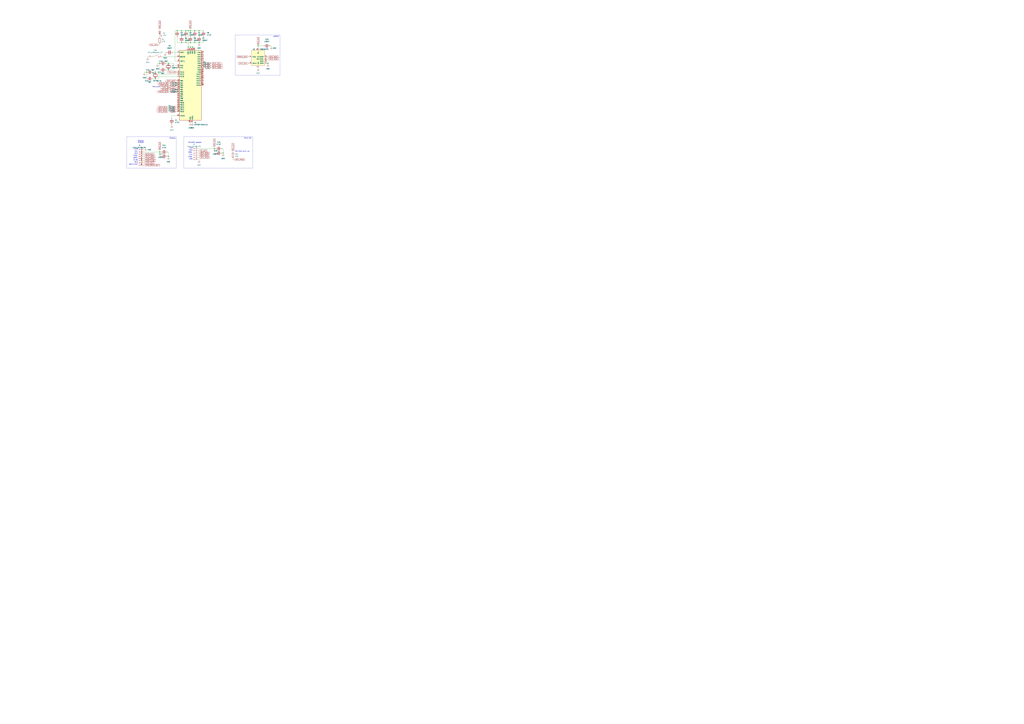
<source format=kicad_sch>
(kicad_sch (version 20231120) (generator "eeschema") (generator_version "8.0")
  (paper "A0")
  (title_block (title "FerFox Prototype") (rev "1") (comment 1 "By Aravita Cor") (comment 2 "AGPLv3+"))
  (lib_symbols
    (symbol "Connector:Conn_01x06_Pin" (pin_names (offset 1.016) hide)
      (property "Reference" "J" (at 0 7.62 0))
      (property "Value" "Conn_01x06_Pin" (at 0 -10.16 0))
      (symbol "Conn_01x06_Pin_1_1"
        (polyline (pts (xy 1.27 -7.62) (xy 0.8636 -7.62)) (stroke (width 0.1524)))
        (polyline (pts (xy 1.27 -5.08) (xy 0.8636 -5.08)) (stroke (width 0.1524)))
        (polyline (pts (xy 1.27 -2.54) (xy 0.8636 -2.54)) (stroke (width 0.1524)))
        (polyline (pts (xy 1.27 0) (xy 0.8636 0)) (stroke (width 0.1524)))
        (polyline (pts (xy 1.27 2.54) (xy 0.8636 2.54)) (stroke (width 0.1524)))
        (polyline (pts (xy 1.27 5.08) (xy 0.8636 5.08)) (stroke (width 0.1524)))
        (rectangle (start 0.8636 -7.493) (end 0 -7.747) (stroke (width 0.1524)) (fill (type outline)))
        (rectangle (start 0.8636 -4.953) (end 0 -5.207) (stroke (width 0.1524)) (fill (type outline)))
        (rectangle (start 0.8636 -2.413) (end 0 -2.667) (stroke (width 0.1524)) (fill (type outline)))
        (rectangle (start 0.8636 0.127) (end 0 -0.127) (stroke (width 0.1524)) (fill (type outline)))
        (rectangle (start 0.8636 2.667) (end 0 2.413) (stroke (width 0.1524)) (fill (type outline)))
        (rectangle (start 0.8636 5.207) (end 0 4.953) (stroke (width 0.1524)) (fill (type outline)))
        (pin passive line (at 5.08 5.08 180) (length 3.81) (name "Pin_1") (number "1"))
        (pin passive line (at 5.08 2.54 180) (length 3.81) (name "Pin_2") (number "2"))
        (pin passive line (at 5.08 0 180) (length 3.81) (name "Pin_3") (number "3"))
        (pin passive line (at 5.08 -2.54 180) (length 3.81) (name "Pin_4") (number "4"))
        (pin passive line (at 5.08 -5.08 180) (length 3.81) (name "Pin_5") (number "5"))
        (pin passive line (at 5.08 -7.62 180) (length 3.81) (name "Pin_6") (number "6"))
      )
    )
    (symbol "Connector:Conn_01x08_Pin" (pin_names (offset 1.016) hide)
      (property "Reference" "J" (at 0 10.16 0))
      (property "Value" "Conn_01x08_Pin" (at 0 -12.7 0))
      (symbol "Conn_01x08_Pin_1_1"
        (polyline (pts (xy 1.27 -10.16) (xy 0.8636 -10.16)) (stroke (width 0.1524)))
        (polyline (pts (xy 1.27 -7.62) (xy 0.8636 -7.62)) (stroke (width 0.1524)))
        (polyline (pts (xy 1.27 -5.08) (xy 0.8636 -5.08)) (stroke (width 0.1524)))
        (polyline (pts (xy 1.27 -2.54) (xy 0.8636 -2.54)) (stroke (width 0.1524)))
        (polyline (pts (xy 1.27 0) (xy 0.8636 0)) (stroke (width 0.1524)))
        (polyline (pts (xy 1.27 2.54) (xy 0.8636 2.54)) (stroke (width 0.1524)))
        (polyline (pts (xy 1.27 5.08) (xy 0.8636 5.08)) (stroke (width 0.1524)))
        (polyline (pts (xy 1.27 7.62) (xy 0.8636 7.62)) (stroke (width 0.1524)))
        (rectangle (start 0.8636 -10.033) (end 0 -10.287) (stroke (width 0.1524)) (fill (type outline)))
        (rectangle (start 0.8636 -7.493) (end 0 -7.747) (stroke (width 0.1524)) (fill (type outline)))
        (rectangle (start 0.8636 -4.953) (end 0 -5.207) (stroke (width 0.1524)) (fill (type outline)))
        (rectangle (start 0.8636 -2.413) (end 0 -2.667) (stroke (width 0.1524)) (fill (type outline)))
        (rectangle (start 0.8636 0.127) (end 0 -0.127) (stroke (width 0.1524)) (fill (type outline)))
        (rectangle (start 0.8636 2.667) (end 0 2.413) (stroke (width 0.1524)) (fill (type outline)))
        (rectangle (start 0.8636 5.207) (end 0 4.953) (stroke (width 0.1524)) (fill (type outline)))
        (rectangle (start 0.8636 7.747) (end 0 7.493) (stroke (width 0.1524)) (fill (type outline)))
        (pin passive line (at 5.08 7.62 180) (length 3.81) (name "Pin_1") (number "1"))
        (pin passive line (at 5.08 5.08 180) (length 3.81) (name "Pin_2") (number "2"))
        (pin passive line (at 5.08 2.54 180) (length 3.81) (name "Pin_3") (number "3"))
        (pin passive line (at 5.08 0 180) (length 3.81) (name "Pin_4") (number "4"))
        (pin passive line (at 5.08 -2.54 180) (length 3.81) (name "Pin_5") (number "5"))
        (pin passive line (at 5.08 -5.08 180) (length 3.81) (name "Pin_6") (number "6"))
        (pin passive line (at 5.08 -7.62 180) (length 3.81) (name "Pin_7") (number "7"))
        (pin passive line (at 5.08 -10.16 180) (length 3.81) (name "Pin_8") (number "8"))
      )
    )
    (symbol "Device:C" (pin_numbers hide) (pin_names (offset 0.254))
      (property "Reference" "C" (at 0.635 2.54 0))
      (property "Value" "C" (at 0.635 -2.54 0))
      (symbol "C_0_1"
        (polyline (pts (xy -2.032 -0.762) (xy 2.032 -0.762)) (stroke (width 0.508)))
        (polyline (pts (xy -2.032 0.762) (xy 2.032 0.762)) (stroke (width 0.508)))
      )
      (symbol "C_1_1"
        (pin passive line (at 0 3.81 270) (length 2.794) (name "~") (number "1"))
        (pin passive line (at 0 -3.81 90) (length 2.794) (name "~") (number "2"))
      )
    )
    (symbol "Device:CircuitBreaker_1P"
      (property "Reference" "CB" (at 1.905 0 0))
      (property "Value" "CircuitBreaker_1P" (at 1.905 1.905 0))
      (symbol "CircuitBreaker_1P_0_1"
        (polyline (pts (xy 0 -5.08) (xy 0 -3.81)))
        (polyline (pts (xy 0 -3.81) (xy -2.54 3.81)))
      )
      (symbol "CircuitBreaker_1P_1_1"
        (polyline (pts (xy -0.635 4.445) (xy 0.635 3.175)))
        (polyline (pts (xy 0 5.08) (xy 0 3.81)))
        (polyline (pts (xy 0.635 4.445) (xy -0.635 3.175)))
        (pin passive line (at 0 7.62 270) (length 2.54) (name "~") (number "1"))
        (pin passive line (at 0 -7.62 90) (length 2.54) (name "~") (number "2"))
      )
    )
    (symbol "Device:Crystal" (pin_numbers hide) (pin_names (offset 1.016) hide)
      (property "Reference" "Y" (at 0 3.81 0))
      (property "Value" "Crystal" (at 0 -3.81 0))
      (symbol "Crystal_0_1"
        (rectangle (start -1.143 2.54) (end 1.143 -2.54) (stroke (width 0.3048)))
        (polyline (pts (xy -2.54 0) (xy -1.905 0)))
        (polyline (pts (xy -1.905 -1.27) (xy -1.905 1.27)) (stroke (width 0.508)))
        (polyline (pts (xy 1.905 -1.27) (xy 1.905 1.27)) (stroke (width 0.508)))
        (polyline (pts (xy 2.54 0) (xy 1.905 0)))
      )
      (symbol "Crystal_1_1"
        (pin passive line (at -3.81 0 0) (length 1.27) (name "1") (number "1"))
        (pin passive line (at 3.81 0 180) (length 1.27) (name "2") (number "2"))
      )
    )
    (symbol "Device:LED" (pin_numbers hide) (pin_names (offset 1.016) hide)
      (property "Reference" "D" (at 0 2.54 0))
      (property "Value" "LED" (at 0 -2.54 0))
      (symbol "LED_0_1"
        (polyline (pts (xy -1.27 -1.27) (xy -1.27 1.27)) (stroke (width 0.254)))
        (polyline (pts (xy -1.27 0) (xy 1.27 0)))
        (polyline (pts (xy 1.27 -1.27) (xy 1.27 1.27) (xy -1.27 0) (xy 1.27 -1.27)) (stroke (width 0.254)))
        (polyline (pts (xy -3.048 -0.762) (xy -4.572 -2.286) (xy -3.81 -2.286) (xy -4.572 -2.286) (xy -4.572 -1.524)))
        (polyline (pts (xy -1.778 -0.762) (xy -3.302 -2.286) (xy -2.54 -2.286) (xy -3.302 -2.286) (xy -3.302 -1.524)))
      )
      (symbol "LED_1_1"
        (pin passive line (at -3.81 0 0) (length 2.54) (name "K") (number "1"))
        (pin passive line (at 3.81 0 180) (length 2.54) (name "A") (number "2"))
      )
    )
    (symbol "Device:R" (pin_numbers hide) (pin_names (offset 0))
      (property "Reference" "R" (at 2.032 0 90))
      (property "Value" "R" (at 0 0 90))
      (symbol "R_0_1"
        (rectangle (start -1.016 -2.54) (end 1.016 2.54) (stroke (width 0.254)))
      )
      (symbol "R_1_1"
        (pin passive line (at 0 3.81 270) (length 1.27) (name "~") (number "1"))
        (pin passive line (at 0 -3.81 90) (length 1.27) (name "~") (number "2"))
      )
    )
    (symbol "MCU_ST_STM32F4:STM32F401CCUx"
      (property "Reference" "U" (at -12.7 41.91 0))
      (property "Value" "STM32F401CCUx" (at 7.62 41.91 0))
      (symbol "STM32F401CCUx_0_1"
        (rectangle (start -12.7 -40.64) (end 12.7 40.64) (stroke (width 0.254)) (fill (type background)))
      )
      (symbol "STM32F401CCUx_1_1"
        (pin power_in line (at -2.54 43.18 270) (length 2.54) (name "VBAT") (number "1"))
        (pin bidirectional line (at 15.24 38.1 180) (length 2.54) (name "PA0") (number "10"))
        (pin bidirectional line (at 15.24 35.56 180) (length 2.54) (name "PA1") (number "11"))
        (pin bidirectional line (at 15.24 33.02 180) (length 2.54) (name "PA2") (number "12"))
        (pin bidirectional line (at 15.24 30.48 180) (length 2.54) (name "PA3") (number "13"))
        (pin bidirectional line (at 15.24 27.94 180) (length 2.54) (name "PA4") (number "14"))
        (pin bidirectional line (at 15.24 25.4 180) (length 2.54) (name "PA5") (number "15"))
        (pin bidirectional line (at 15.24 22.86 180) (length 2.54) (name "PA6") (number "16"))
        (pin bidirectional line (at 15.24 20.32 180) (length 2.54) (name "PA7") (number "17"))
        (pin bidirectional line (at -15.24 5.08 0) (length 2.54) (name "PB0") (number "18"))
        (pin bidirectional line (at -15.24 2.54 0) (length 2.54) (name "PB1") (number "19"))
        (pin bidirectional line (at -15.24 15.24 0) (length 2.54) (name "PC13") (number "2"))
        (pin bidirectional line (at -15.24 0 0) (length 2.54) (name "PB2") (number "20"))
        (pin bidirectional line (at -15.24 -20.32 0) (length 2.54) (name "PB10") (number "21"))
        (pin power_out line (at -15.24 -35.56 0) (length 2.54) (name "VCAP1") (number "22"))
        (pin power_in line (at 0 -43.18 90) (length 2.54) (name "VSS") (number "23"))
        (pin power_in line (at 0 43.18 270) (length 2.54) (name "VDD") (number "24"))
        (pin bidirectional line (at -15.24 -22.86 0) (length 2.54) (name "PB12") (number "25"))
        (pin bidirectional line (at -15.24 -25.4 0) (length 2.54) (name "PB13") (number "26"))
        (pin bidirectional line (at -15.24 -27.94 0) (length 2.54) (name "PB14") (number "27"))
        (pin bidirectional line (at -15.24 -30.48 0) (length 2.54) (name "PB15") (number "28"))
        (pin bidirectional line (at 15.24 17.78 180) (length 2.54) (name "PA8") (number "29"))
        (pin bidirectional line (at -15.24 12.7 0) (length 2.54) (name "PC14") (number "3"))
        (pin bidirectional line (at 15.24 15.24 180) (length 2.54) (name "PA9") (number "30"))
        (pin bidirectional line (at 15.24 12.7 180) (length 2.54) (name "PA10") (number "31"))
        (pin bidirectional line (at 15.24 10.16 180) (length 2.54) (name "PA11") (number "32"))
        (pin bidirectional line (at 15.24 7.62 180) (length 2.54) (name "PA12") (number "33"))
        (pin bidirectional line (at 15.24 5.08 180) (length 2.54) (name "PA13") (number "34"))
        (pin passive line (at 0 -43.18 90) (length 2.54) hide (name "VSS") (number "35"))
        (pin power_in line (at 2.54 43.18 270) (length 2.54) (name "VDD") (number "36"))
        (pin bidirectional line (at 15.24 2.54 180) (length 2.54) (name "PA14") (number "37"))
        (pin bidirectional line (at 15.24 0 180) (length 2.54) (name "PA15") (number "38"))
        (pin bidirectional line (at -15.24 -2.54 0) (length 2.54) (name "PB3") (number "39"))
        (pin bidirectional line (at -15.24 10.16 0) (length 2.54) (name "PC15") (number "4"))
        (pin bidirectional line (at -15.24 -5.08 0) (length 2.54) (name "PB4") (number "40"))
        (pin bidirectional line (at -15.24 -7.62 0) (length 2.54) (name "PB5") (number "41"))
        (pin bidirectional line (at -15.24 -10.16 0) (length 2.54) (name "PB6") (number "42"))
        (pin bidirectional line (at -15.24 -12.7 0) (length 2.54) (name "PB7") (number "43"))
        (pin input line (at -15.24 33.02 0) (length 2.54) (name "BOOT0") (number "44"))
        (pin bidirectional line (at -15.24 -15.24 0) (length 2.54) (name "PB8") (number "45"))
        (pin bidirectional line (at -15.24 -17.78 0) (length 2.54) (name "PB9") (number "46"))
        (pin passive line (at 0 -43.18 90) (length 2.54) hide (name "VSS") (number "47"))
        (pin power_in line (at 5.08 43.18 270) (length 2.54) (name "VDD") (number "48"))
        (pin passive line (at 0 -43.18 90) (length 2.54) hide (name "VSS") (number "49"))
        (pin bidirectional line (at -15.24 22.86 0) (length 2.54) (name "PH0") (number "5"))
        (pin bidirectional line (at -15.24 20.32 0) (length 2.54) (name "PH1") (number "6"))
        (pin input line (at -15.24 38.1 0) (length 2.54) (name "NRST") (number "7"))
        (pin power_in line (at 2.54 -43.18 90) (length 2.54) (name "VSSA") (number "8"))
        (pin input line (at -15.24 27.94 0) (length 2.54) (name "VREF+") (number "9"))
      )
    )
    (symbol "aravita library:LY68L6400" (pin_names (offset 1.016))
      (property "Reference" "U" (at 1.27 -3.81 0))
      (property "Value" "LY68L6400" (at 0 -10.16 0))
      (symbol "LY68L6400_0_1"
        (rectangle (start -7.62 -5.08) (end 7.62 -22.86) (fill (type background)))
      )
      (symbol "LY68L6400_1_1"
        (pin input line (at -10.16 -12.7 0) (length 2.54) (name "CE#") (number "1"))
        (pin bidirectional line (at 10.16 -15.24 180) (length 2.54) (name "SO/SIO1") (number "2"))
        (pin bidirectional line (at 10.16 -17.78 180) (length 2.54) (name "SIO2") (number "3"))
        (pin power_in line (at 0 -25.4 90) (length 2.54) (name "Vss") (number "4"))
        (pin bidirectional line (at 10.16 -12.7 180) (length 2.54) (name "SI/SIO0") (number "5"))
        (pin input line (at -10.16 -20.32 0) (length 2.54) (name "SCLK") (number "6"))
        (pin bidirectional line (at 10.16 -20.32 180) (length 2.54) (name "SIO3") (number "7"))
        (pin power_in line (at 0 -2.54 270) (length 2.54) (name "Vcc") (number "8"))
      )
    )
    (symbol "power:GND" (power) (pin_names (offset 0))
      (property "Value" "GND" (at 0 -3.81 0))
      (symbol "GND_0_1"
        (polyline (pts (xy 0 0) (xy 0 -1.27) (xy 1.27 -1.27) (xy 0 -2.54) (xy -1.27 -1.27) (xy 0 -1.27)))
      )
      (symbol "GND_1_1"
        (pin power_in line (at 0 0 270) (length 0) hide (name "GND") (number "1"))
      )
    )
  )
  (junction (at 223.52 54.61))
  (junction (at 220.98 49.53))
  (junction (at 180.34 91.44))
  (junction (at 226.06 49.53))
  (junction (at 231.14 49.53))
  (junction (at 299.72 53.34))
  (junction (at 195.58 73.66))
  (junction (at 215.9 49.53))
  (junction (at 170.18 83.82))
  (junction (at 226.06 35.56))
  (junction (at 185.42 73.66))
  (junction (at 311.15 73.66))
  (junction (at 195.58 181.61))
  (junction (at 220.98 35.56))
  (junction (at 195.58 81.28))
  (junction (at 185.42 176.53))
  (junction (at 218.44 35.56))
  (junction (at 259.08 177.8))
  (junction (at 180.34 83.82))
  (junction (at 231.14 35.56))
  (junction (at 220.98 54.61))
  (junction (at 215.9 35.56))
  (junction (at 210.82 35.56))
  (junction (at 248.92 172.72))
  (junction (at 218.44 54.61))
  (junction (at 205.74 35.56))
  (junction (at 210.82 49.53))
  (wire (pts (xy 177.8 91.44) (xy 180.34 91.44)))
  (wire (pts (xy 204.47 127) (xy 205.74 127)))
  (wire (pts (xy 229.87 172.72) (xy 248.92 172.72)))
  (wire (pts (xy 191.77 62.23) (xy 191.77 60.96)))
  (wire (pts (xy 231.14 35.56) (xy 231.14 41.91)))
  (wire (pts (xy 248.92 172.72) (xy 250.19 172.72)))
  (wire (pts (xy 177.8 83.82) (xy 180.34 83.82)))
  (wire (pts (xy 215.9 43.18) (xy 215.9 49.53)))
  (wire (pts (xy 314.96 53.34) (xy 313.69 53.34)))
  (wire (pts (xy 220.98 142.24) (xy 220.98 143.51)))
  (wire (pts (xy 203.2 35.56) (xy 203.2 71.12)))
  (wire (pts (xy 184.15 83.82) (xy 180.34 83.82)))
  (wire (pts (xy 229.87 180.34) (xy 231.14 180.34)))
  (wire (pts (xy 218.44 35.56) (xy 218.44 54.61)))
  (wire (pts (xy 184.15 52.07) (xy 185.42 52.07)))
  (wire (pts (xy 187.96 66.04) (xy 205.74 66.04)))
  (wire (pts (xy 199.39 144.78) (xy 199.39 146.05)))
  (wire (pts (xy 166.37 184.15) (xy 167.64 184.15)))
  (wire (pts (xy 185.42 41.91) (xy 185.42 43.18)))
  (wire (pts (xy 210.82 49.53) (xy 215.9 49.53)))
  (wire (pts (xy 195.58 176.53) (xy 195.58 181.61)))
  (wire (pts (xy 218.44 35.56) (xy 220.98 35.56)))
  (wire (pts (xy 195.58 106.68) (xy 196.85 106.68)))
  (wire (pts (xy 185.42 52.07) (xy 185.42 50.8)))
  (wire (pts (xy 167.64 83.82) (xy 170.18 83.82)))
  (wire (pts (xy 199.39 134.62) (xy 205.74 134.62)))
  (wire (pts (xy 195.58 181.61) (xy 194.31 181.61)))
  (wire (pts (xy 195.58 96.52) (xy 196.85 96.52)))
  (wire (pts (xy 311.15 74.93) (xy 311.15 73.66)))
  (wire (pts (xy 210.82 35.56) (xy 215.9 35.56)))
  (wire (pts (xy 205.74 35.56) (xy 210.82 35.56)))
  (wire (pts (xy 185.42 176.53) (xy 185.42 173.99)))
  (wire (pts (xy 288.29 73.66) (xy 289.56 73.66)))
  (wire (pts (xy 299.72 52.07) (xy 299.72 53.34)))
  (wire (pts (xy 205.74 76.2) (xy 201.93 76.2)))
  (wire (pts (xy 182.88 74.93) (xy 182.88 73.66)))
  (wire (pts (xy 220.98 49.53) (xy 226.06 49.53)))
  (wire (pts (xy 231.14 49.53) (xy 231.14 50.8)))
  (wire (pts (xy 205.74 71.12) (xy 203.2 71.12)))
  (wire (pts (xy 223.52 142.24) (xy 223.52 143.51)))
  (wire (pts (xy 259.08 172.72) (xy 257.81 172.72)))
  (wire (pts (xy 226.06 35.56) (xy 231.14 35.56)))
  (wire (pts (xy 205.74 86.36) (xy 184.15 86.36)))
  (wire (pts (xy 193.04 81.28) (xy 195.58 81.28)))
  (wire (pts (xy 171.45 67.31) (xy 171.45 66.04)))
  (wire (pts (xy 288.29 66.04) (xy 289.56 66.04)))
  (wire (pts (xy 229.87 182.88) (xy 231.14 182.88)))
  (wire (pts (xy 236.22 49.53) (xy 236.22 43.18)))
  (wire (pts (xy 311.15 73.66) (xy 309.88 73.66)))
  (wire (pts (xy 245.11 73.66) (xy 246.38 73.66)))
  (wire (pts (xy 204.47 96.52) (xy 205.74 96.52)))
  (wire (pts (xy 311.15 71.12) (xy 309.88 71.12)))
  (wire (pts (xy 220.98 35.56) (xy 220.98 41.91)))
  (wire (pts (xy 171.45 66.04) (xy 172.72 66.04)))
  (wire (pts (xy 170.18 83.82) (xy 170.18 91.44)))
  (wire (pts (xy 299.72 53.34) (xy 299.72 55.88)))
  (wire (pts (xy 195.58 181.61) (xy 195.58 182.88)))
  (wire (pts (xy 226.06 49.53) (xy 231.14 49.53)))
  (wire (pts (xy 166.37 181.61) (xy 167.64 181.61)))
  (wire (pts (xy 194.31 127) (xy 196.85 127)))
  (wire (pts (xy 204.47 83.82) (xy 205.74 83.82)))
  (wire (pts (xy 250.19 177.8) (xy 248.92 177.8)))
  (wire (pts (xy 215.9 49.53) (xy 220.98 49.53)))
  (wire (pts (xy 226.06 54.61) (xy 226.06 55.88)))
  (wire (pts (xy 259.08 177.8) (xy 259.08 172.72)))
  (wire (pts (xy 200.66 60.96) (xy 205.74 60.96)))
  (wire (pts (xy 229.87 175.26) (xy 231.14 175.26)))
  (wire (pts (xy 245.11 76.2) (xy 246.38 76.2)))
  (wire (pts (xy 185.42 33.02) (xy 185.42 34.29)))
  (wire (pts (xy 184.15 88.9) (xy 184.15 91.44)))
  (wire (pts (xy 259.08 179.07) (xy 259.08 177.8)))
  (wire (pts (xy 311.15 73.66) (xy 311.15 71.12)))
  (wire (pts (xy 220.98 35.56) (xy 226.06 35.56)))
  (wire (pts (xy 223.52 54.61) (xy 223.52 55.88)))
  (wire (pts (xy 236.22 76.2) (xy 237.49 76.2)))
  (wire (pts (xy 204.47 124.46) (xy 205.74 124.46)))
  (wire (pts (xy 205.74 88.9) (xy 184.15 88.9)))
  (wire (pts (xy 166.37 176.53) (xy 185.42 176.53)))
  (wire (pts (xy 309.88 68.58) (xy 311.15 68.58)))
  (wire (pts (xy 166.37 189.23) (xy 167.64 189.23)))
  (wire (pts (xy 299.72 78.74) (xy 299.72 80.01)))
  (wire (pts (xy 194.31 129.54) (xy 196.85 129.54)))
  (wire (pts (xy 220.98 33.02) (xy 220.98 35.56)))
  (wire (pts (xy 193.04 73.66) (xy 195.58 73.66)))
  (wire (pts (xy 231.14 35.56) (xy 236.22 35.56)))
  (wire (pts (xy 204.47 106.68) (xy 205.74 106.68)))
  (wire (pts (xy 245.11 78.74) (xy 246.38 78.74)))
  (wire (pts (xy 203.2 35.56) (xy 205.74 35.56)))
  (wire (pts (xy 218.44 54.61) (xy 218.44 55.88)))
  (wire (pts (xy 195.58 99.06) (xy 196.85 99.06)))
  (wire (pts (xy 201.93 73.66) (xy 195.58 73.66)))
  (wire (pts (xy 204.47 104.14) (xy 205.74 104.14)))
  (wire (pts (xy 218.44 54.61) (xy 220.98 54.61)))
  (wire (pts (xy 231.14 49.53) (xy 236.22 49.53)))
  (wire (pts (xy 257.81 177.8) (xy 259.08 177.8)))
  (wire (pts (xy 166.37 186.69) (xy 167.64 186.69)))
  (wire (pts (xy 205.74 49.53) (xy 210.82 49.53)))
  (wire (pts (xy 166.37 191.77) (xy 167.64 191.77)))
  (wire (pts (xy 205.74 43.18) (xy 205.74 49.53)))
  (wire (pts (xy 220.98 54.61) (xy 220.98 55.88)))
  (wire (pts (xy 204.47 93.98) (xy 205.74 93.98)))
  (wire (pts (xy 201.93 81.28) (xy 195.58 81.28)))
  (wire (pts (xy 167.64 85.09) (xy 167.64 83.82)))
  (wire (pts (xy 309.88 66.04) (xy 311.15 66.04)))
  (wire (pts (xy 270.51 185.42) (xy 271.78 185.42)))
  (wire (pts (xy 231.14 186.69) (xy 231.14 185.42)))
  (wire (pts (xy 201.93 78.74) (xy 201.93 81.28)))
  (wire (pts (xy 248.92 172.72) (xy 248.92 177.8)))
  (wire (pts (xy 184.15 91.44) (xy 180.34 91.44)))
  (wire (pts (xy 223.52 54.61) (xy 226.06 54.61)))
  (wire (pts (xy 185.42 176.53) (xy 185.42 181.61)))
  (wire (pts (xy 191.77 60.96) (xy 193.04 60.96)))
  (wire (pts (xy 166.37 179.07) (xy 167.64 179.07)))
  (wire (pts (xy 270.51 175.26) (xy 270.51 176.53)))
  (wire (pts (xy 236.22 78.74) (xy 237.49 78.74)))
  (wire (pts (xy 236.22 73.66) (xy 237.49 73.66)))
  (wire (pts (xy 195.58 104.14) (xy 196.85 104.14)))
  (wire (pts (xy 205.74 78.74) (xy 201.93 78.74)))
  (wire (pts (xy 199.39 137.16) (xy 199.39 134.62)))
  (wire (pts (xy 231.14 185.42) (xy 229.87 185.42)))
  (wire (pts (xy 201.93 76.2) (xy 201.93 73.66)))
  (wire (pts (xy 184.15 86.36) (xy 184.15 83.82)))
  (wire (pts (xy 182.88 73.66) (xy 185.42 73.66)))
  (wire (pts (xy 166.37 173.99) (xy 167.64 173.99)))
  (wire (pts (xy 314.96 54.61) (xy 314.96 53.34)))
  (wire (pts (xy 185.42 73.66) (xy 185.42 81.28)))
  (wire (pts (xy 299.72 53.34) (xy 306.07 53.34)))
  (wire (pts (xy 195.58 176.53) (xy 194.31 176.53)))
  (wire (pts (xy 215.9 35.56) (xy 218.44 35.56)))
  (wire (pts (xy 204.47 99.06) (xy 205.74 99.06)))
  (wire (pts (xy 210.82 35.56) (xy 210.82 41.91)))
  (wire (pts (xy 185.42 176.53) (xy 186.69 176.53)))
  (wire (pts (xy 204.47 101.6) (xy 205.74 101.6)))
  (wire (pts (xy 220.98 54.61) (xy 223.52 54.61)))
  (wire (pts (xy 248.92 172.72) (xy 248.92 170.18)))
  (wire (pts (xy 226.06 43.18) (xy 226.06 49.53)))
  (wire (pts (xy 229.87 177.8) (xy 231.14 177.8)))
  (wire (pts (xy 204.47 129.54) (xy 205.74 129.54)))
  (wire (pts (xy 270.51 184.15) (xy 270.51 185.42)))
  (wire (pts (xy 194.31 124.46) (xy 196.85 124.46)))
  (wire (pts (xy 186.69 181.61) (xy 185.42 181.61)))
  (rectangle (start 273.05 40.64) (end 325.12 87.63) (stroke (width 0) (type dash)))
  (rectangle (start 147.32 158.75) (end 204.47 195.58) (stroke (width 0) (type dash)))
  (rectangle (start 213.36 158.75) (end 293.37 195.58) (stroke (width 0) (type dash)))
  (text "SCK" (at 156.21 179.07 0) (effects (font (size 1.27 1.27)) (justify left bottom)))
  (text "pSRAM" (at 317.5 43.18 0) (effects (font (size 1.27 1.27)) (justify left bottom)))
  (text "#CS" (at 156.21 189.23 0) (effects (font (size 1.27 1.27)) (justify left bottom)))
  (text "TIM2_CH2" (at 176.53 101.6 0) (effects (font (size 1.27 1.27)) (justify left bottom)))
  (text "#CS" (at 219.71 175.26 0) (effects (font (size 1.27 1.27)) (justify left bottom)))
  (text "CLK" (at 219.71 180.34 0) (effects (font (size 1.27 1.27)) (justify left bottom)))
  (text "Micro SD" (at 283.21 161.29 0) (effects (font (size 1.27 1.27)) (justify left bottom)))
  (text "3.3V" (at 219.71 172.72 0) (effects (font (size 1.27 1.27)) (justify left bottom)))
  (text "MOSI" (at 218.44 177.8 0) (effects (font (size 1.27 1.27)) (justify left bottom)))
  (text "MicroSD Adapter" (at 218.44 166.37 0) (effects (font (size 1.27 1.27)) (justify left bottom)))
  (text "MISO" (at 218.44 182.88 0) (effects (font (size 1.27 1.27)) (justify left bottom)))
  (text "Display" (at 196.85 161.29 0) (effects (font (size 1.27 1.27)) (justify left bottom)))
  (text "BACKLIGHT" (at 149.86 191.77 0) (effects (font (size 1.27 1.27)) (justify left bottom)))
  (text "GND" (at 156.21 173.99 0) (effects (font (size 1.27 1.27)) (justify left bottom)))
  (text "Display\nGC9A01" (at 160.02 166.37 0) (effects (font (size 1.27 1.27)) (justify left bottom)))
  (text "D/#C" (at 154.94 186.69 0) (effects (font (size 1.27 1.27)) (justify left bottom)))
  (text "VCC" (at 156.21 176.53 0) (effects (font (size 1.27 1.27)) (justify left bottom)))
  (text "SD Card pull-up" (at 273.05 176.53 0) (effects (font (size 1.27 1.27)) (justify left bottom)))
  (text "#RST" (at 154.94 184.15 0) (effects (font (size 1.27 1.27)) (justify left bottom)))
  (text "GND" (at 219.71 185.42 0) (effects (font (size 1.27 1.27)) (justify left bottom)))
  (text "MOSI" (at 154.94 181.61 0) (effects (font (size 1.27 1.27)) (justify left bottom)))
  (global_label "FAIL_LED" (shape output) (at 204.47 83.82 180) (property "Intersheetrefs" "${INTERSHEET_REFS}" (effects (hide yes))))
  (global_label "DISP_#CS" (shape output) (at 195.58 99.06 180) (property "Intersheetrefs" "${INTERSHEET_REFS}" (effects (hide yes))))
  (global_label "REG_3.3" (shape passive) (at 185.42 33.02 90) (property "Intersheetrefs" "${INTERSHEET_REFS}" (effects (hide yes))))
  (global_label "SPI2_MOSI" (shape input) (at 167.64 181.61 0) (property "Intersheetrefs" "${INTERSHEET_REFS}" (effects (hide yes))))
  (global_label "SPI1_MISO" (shape input) (at 231.14 182.88 0) (property "Intersheetrefs" "${INTERSHEET_REFS}" (effects (hide yes))))
  (global_label "DISP_D{slash}#C" (shape input) (at 167.64 186.69 0) (property "Intersheetrefs" "${INTERSHEET_REFS}" (effects (hide yes))))
  (global_label "REG_3.3" (shape passive) (at 248.92 170.18 90) (property "Intersheetrefs" "${INTERSHEET_REFS}" (effects (hide yes))))
  (global_label "DISP_BACKLIGHT" (shape input) (at 167.64 191.77 0) (property "Intersheetrefs" "${INTERSHEET_REFS}" (effects (hide yes))))
  (global_label "SPI1_SCK" (shape input) (at 231.14 180.34 0) (property "Intersheetrefs" "${INTERSHEET_REFS}" (effects (hide yes))))
  (global_label "SPI2_MISO" (shape output) (at 194.31 127 180) (property "Intersheetrefs" "${INTERSHEET_REFS}" (effects (hide yes))))
  (global_label "REG_3.3" (shape passive) (at 299.72 52.07 90) (property "Intersheetrefs" "${INTERSHEET_REFS}" (effects (hide yes))))
  (global_label "SPI2_MOSI" (shape input) (at 311.15 66.04 0) (property "Intersheetrefs" "${INTERSHEET_REFS}" (effects (hide yes))))
  (global_label "SPI2_MOSI" (shape output) (at 194.31 129.54 180) (property "Intersheetrefs" "${INTERSHEET_REFS}" (effects (hide yes))))
  (global_label "REG_3.3" (shape passive) (at 185.42 173.99 90) (property "Intersheetrefs" "${INTERSHEET_REFS}" (effects (hide yes))))
  (global_label "SD_#CS" (shape output) (at 195.58 104.14 180) (property "Intersheetrefs" "${INTERSHEET_REFS}" (effects (hide yes))))
  (global_label "REG_3.3" (shape passive) (at 270.51 175.26 90) (property "Intersheetrefs" "${INTERSHEET_REFS}" (effects (hide yes))))
  (global_label "SPI2_MISO" (shape input) (at 311.15 68.58 0) (property "Intersheetrefs" "${INTERSHEET_REFS}" (effects (hide yes))))
  (global_label "FAIL_LED" (shape input) (at 184.15 52.07 180) (property "Intersheetrefs" "${INTERSHEET_REFS}" (effects (hide yes))))
  (global_label "SD_#CS" (shape input) (at 231.14 175.26 0) (property "Intersheetrefs" "${INTERSHEET_REFS}" (effects (hide yes))))
  (global_label "DISP_#RST" (shape input) (at 167.64 184.15 0) (property "Intersheetrefs" "${INTERSHEET_REFS}" (effects (hide yes))))
  (global_label "DISP_D{slash}#C" (shape output) (at 195.58 96.52 180) (property "Intersheetrefs" "${INTERSHEET_REFS}" (effects (hide yes))))
  (global_label "DISP_#CS" (shape input) (at 167.64 189.23 0) (property "Intersheetrefs" "${INTERSHEET_REFS}" (effects (hide yes))))
  (global_label "PSRAM_#CS" (shape input) (at 288.29 66.04 180) (property "Intersheetrefs" "${INTERSHEET_REFS}" (effects (hide yes))))
  (global_label "PSRAM_#CS" (shape output) (at 195.58 106.68 180) (property "Intersheetrefs" "${INTERSHEET_REFS}" (effects (hide yes))))
  (global_label "SPI2_SCK" (shape output) (at 194.31 124.46 180) (property "Intersheetrefs" "${INTERSHEET_REFS}" (effects (hide yes))))
  (global_label "SPI2_SCK" (shape input) (at 288.29 73.66 180) (property "Intersheetrefs" "${INTERSHEET_REFS}" (effects (hide yes))))
  (global_label "SPI1_MOSI" (shape input) (at 231.14 177.8 0) (property "Intersheetrefs" "${INTERSHEET_REFS}" (effects (hide yes))))
  (global_label "SPI2_SCK" (shape input) (at 167.64 179.07 0) (property "Intersheetrefs" "${INTERSHEET_REFS}" (effects (hide yes))))
  (global_label "DISP_#RST" (shape output) (at 204.47 93.98 180) (property "Intersheetrefs" "${INTERSHEET_REFS}" (effects (hide yes))))
  (global_label "DISP_BACKLIGHT" (shape output) (at 204.47 101.6 180) (property "Intersheetrefs" "${INTERSHEET_REFS}" (effects (hide yes))))
  (global_label "SPI1_MISO" (shape input) (at 271.78 185.42 0) (property "Intersheetrefs" "${INTERSHEET_REFS}" (effects (hide yes))))
  (global_label "REG_3.3" (shape passive) (at 220.98 33.02 90) (property "Intersheetrefs" "${INTERSHEET_REFS}" (effects (hide yes))))
  (global_label "SPI1_MISO" (shape output) (at 246.38 76.2 0) (property "Intersheetrefs" "${INTERSHEET_REFS}" (effects (hide yes))))
  (global_label "SPI1_MOSI" (shape output) (at 246.38 78.74 0) (property "Intersheetrefs" "${INTERSHEET_REFS}" (effects (hide yes))))
  (global_label "SPI1_SCK" (shape output) (at 246.38 73.66 0) (property "Intersheetrefs" "${INTERSHEET_REFS}" (effects (hide yes))))
  (symbol (lib_id "Device:R") (at 200.66 99.06 90) (unit 1)
    (property "Reference" "R9" (at 204.47 99.06 90))
    (property "Value" "10" (at 200.66 99.06 90))
  )
  (symbol (lib_id "Device:C") (at 220.98 45.72 0) (unit 1)
    (property "Reference" "C6" (at 224.79 44.45 0) (effects (justify left)))
    (property "Value" "100nF" (at 224.79 46.99 0) (effects (justify left)))
  )
  (symbol (lib_id "Device:CircuitBreaker_1P") (at 180.34 66.04 270) (unit 1)
    (property "Reference" "CB1" (at 180.34 58.42 90))
    (property "Value" "CircuitBreaker_1P" (at 180.34 60.96 90))
  )
  (symbol (lib_id "power:GND") (at 191.77 62.23 0) (unit 1)
    (property "Reference" "#PWR05" (effects (hide yes)))
    (property "Value" "GND" (at 191.77 67.31 0))
  )
  (symbol (lib_id "Device:C") (at 173.99 91.44 90) (unit 1)
    (property "Reference" "C13" (at 170.18 93.98 90))
    (property "Value" "8pF" (at 173.99 95.25 90))
  )
  (symbol (lib_id "power:GND") (at 259.08 179.07 0) (unit 1)
    (property "Reference" "#PWR012" (effects (hide yes)))
    (property "Value" "GND" (at 259.08 184.15 0))
  )
  (symbol (lib_id "Device:R") (at 185.42 46.99 180) (unit 1)
    (property "Reference" "R1" (at 187.96 45.72 0) (effects (justify right)))
    (property "Value" "270" (at 187.96 48.26 0) (effects (justify right)))
  )
  (symbol (lib_id "Connector:Conn_01x08_Pin") (at 161.29 181.61 0) (unit 1)
    (property "Reference" "J1" (at 161.925 168.91 0))
    (property "Value" "Conn_01x08_Pin" (at 161.925 171.45 0))
  )
  (symbol (lib_id "Device:C") (at 226.06 39.37 0) (unit 1)
    (property "Reference" "C4" (at 229.87 38.1 0) (effects (justify left)))
    (property "Value" "100nF" (at 229.87 40.64 0) (effects (justify left)))
  )
  (symbol (lib_id "Device:LED") (at 185.42 38.1 90) (unit 1)
    (property "Reference" "D1" (at 189.23 38.4175 90) (effects (justify right)))
    (property "Value" "LED" (at 189.23 40.9575 90) (effects (justify right)))
  )
  (symbol (lib_id "Device:R") (at 200.66 104.14 90) (unit 1)
    (property "Reference" "R10" (at 204.47 104.14 90))
    (property "Value" "10" (at 200.66 104.14 90))
  )
  (symbol (lib_id "Device:R") (at 200.66 129.54 90) (unit 1)
    (property "Reference" "R4" (at 196.85 128.27 90))
    (property "Value" "330" (at 200.66 129.54 90))
  )
  (symbol (lib_id "Connector:Conn_01x06_Pin") (at 224.79 177.8 0) (unit 1)
    (property "Reference" "J2" (at 225.425 167.64 0))
    (property "Value" "Conn_01x06_Pin" (at 225.425 170.18 0))
  )
  (symbol (lib_id "power:GND") (at 195.58 182.88 0) (unit 1)
    (property "Reference" "#PWR010" (effects (hide yes)))
    (property "Value" "GND" (at 195.58 187.96 0))
  )
  (symbol (lib_id "Device:C") (at 189.23 81.28 90) (unit 1)
    (property "Reference" "C11" (at 185.42 83.82 90))
    (property "Value" "8pF" (at 189.23 85.09 90))
  )
  (symbol (lib_id "Device:C") (at 309.88 53.34 90) (unit 1)
    (property "Reference" "C16" (at 309.88 45.72 90))
    (property "Value" "100nF" (at 309.88 48.26 90))
  )
  (symbol (lib_id "Device:R") (at 241.3 78.74 90) (unit 1)
    (property "Reference" "R7" (at 237.49 77.47 90))
    (property "Value" "10" (at 241.3 78.74 90))
  )
  (symbol (lib_id "Device:C") (at 189.23 73.66 90) (unit 1)
    (property "Reference" "C10" (at 186.69 71.12 90))
    (property "Value" "8pF" (at 193.04 71.12 90))
  )
  (symbol (lib_id "MCU_ST_STM32F4:STM32F401CCUx") (at 220.98 99.06 0) (unit 1)
    (property "Reference" "U1" (at 225.4759 142.24 0) (effects (justify left)))
    (property "Value" "STM32F401CCUx" (at 225.4759 144.78 0) (effects (justify left)))
    (property "Footprint" "Package_DFN_QFN:QFN-48-1EP_7x7mm_P0.5mm_EP5.6x5.6mm" (effects (hide yes)))
    (property "Datasheet" "https://www.st.com/resource/en/datasheet/stm32f401cc.pdf" (effects (hide yes)))
  )
  (symbol (lib_id "power:GND") (at 311.15 74.93 0) (unit 1)
    (property "Reference" "#PWR015" (effects (hide yes)))
    (property "Value" "GND" (at 311.15 80.01 0))
  )
  (symbol (lib_id "Device:C") (at 210.82 45.72 0) (unit 1)
    (property "Reference" "C5" (at 214.63 44.45 0) (effects (justify left)))
    (property "Value" "100nF" (at 214.63 46.99 0) (effects (justify left)))
  )
  (symbol (lib_id "Device:R") (at 200.66 106.68 90) (unit 1)
    (property "Reference" "R12" (at 204.47 106.68 90))
    (property "Value" "330" (at 200.66 106.68 90))
  )
  (symbol (lib_id "power:GND") (at 231.14 50.8 0) (unit 1)
    (property "Reference" "#PWR04" (effects (hide yes)))
    (property "Value" "GND" (at 231.14 55.88 0))
  )
  (symbol (lib_id "Device:C") (at 173.99 83.82 90) (unit 1)
    (property "Reference" "C12" (at 171.45 81.28 90))
    (property "Value" "8pF" (at 177.8 81.28 90))
  )
  (symbol (lib_id "Device:R") (at 241.3 73.66 90) (unit 1)
    (property "Reference" "R5" (at 237.49 72.39 90))
    (property "Value" "10" (at 241.3 73.66 90))
  )
  (symbol (lib_id "power:GND") (at 231.14 186.69 0) (unit 1)
    (property "Reference" "#PWR011" (effects (hide yes)))
    (property "Value" "GND" (at 231.14 191.77 0))
  )
  (symbol (lib_id "Device:C") (at 190.5 176.53 90) (unit 1)
    (property "Reference" "C14" (at 190.5 168.91 90))
    (property "Value" "4.7uF" (at 190.5 171.45 90))
  )
  (symbol (lib_id "Device:C") (at 254 172.72 90) (unit 1)
    (property "Reference" "C15" (at 254 165.1 90))
    (property "Value" "4.7uF" (at 254 167.64 90))
  )
  (symbol (lib_id "Device:R") (at 200.66 124.46 90) (unit 1)
    (property "Reference" "R2" (at 196.85 123.19 90))
    (property "Value" "330" (at 200.66 124.46 90))
  )
  (symbol (lib_id "Device:C") (at 215.9 39.37 0) (unit 1)
    (property "Reference" "C3" (at 219.71 38.1 0) (effects (justify left)))
    (property "Value" "100nF" (at 219.71 40.64 0) (effects (justify left)))
  )
  (symbol (lib_id "aravita library:LY68L6400") (at 299.72 53.34 0) (unit 1)
    (property "Reference" "U2" (at 293.37 57.15 0) (effects (justify left)))
    (property "Value" "LY68L6400" (at 300.99 57.15 0) (effects (justify left)))
  )
  (symbol (lib_id "power:GND") (at 171.45 67.31 0) (unit 1)
    (property "Reference" "#PWR06" (effects (hide yes)))
    (property "Value" "GND" (at 171.45 72.39 0))
  )
  (symbol (lib_id "power:GND") (at 182.88 74.93 0) (unit 1)
    (property "Reference" "#PWR07" (effects (hide yes)))
    (property "Value" "GND" (at 182.88 80.01 0))
  )
  (symbol (lib_id "power:GND") (at 167.64 173.99 90) (unit 1)
    (property "Reference" "#PWR09" (effects (hide yes)))
    (property "Value" "GND" (at 171.45 173.99 90) (effects (justify right)))
  )
  (symbol (lib_id "power:GND") (at 199.39 146.05 0) (unit 1)
    (property "Reference" "#PWR01" (effects (hide yes)))
    (property "Value" "GND" (at 199.39 151.13 0))
  )
  (symbol (lib_id "Device:R") (at 200.66 127 90) (unit 1)
    (property "Reference" "R3" (at 196.85 125.73 90))
    (property "Value" "330" (at 200.66 127 90))
  )
  (symbol (lib_id "Device:C") (at 190.5 181.61 90) (unit 1)
    (property "Reference" "C17" (at 186.69 179.07 90))
    (property "Value" "100nF" (at 186.69 182.88 90))
  )
  (symbol (lib_id "power:GND") (at 223.52 143.51 0) (unit 1)
    (property "Reference" "#PWR03" (effects (hide yes)))
    (property "Value" "GND" (at 223.52 148.59 0))
  )
  (symbol (lib_id "Device:R") (at 270.51 180.34 0) (unit 1)
    (property "Reference" "R11" (at 273.05 179.07 0) (effects (justify left)))
    (property "Value" "10k" (at 273.05 181.61 0) (effects (justify left)))
  )
  (symbol (lib_id "Device:R") (at 241.3 76.2 90) (unit 1)
    (property "Reference" "R6" (at 237.49 74.93 90))
    (property "Value" "10" (at 241.3 76.2 90))
  )
  (symbol (lib_id "power:GND") (at 167.64 85.09 0) (unit 1)
    (property "Reference" "#PWR08" (effects (hide yes)))
    (property "Value" "GND" (at 167.64 90.17 0))
  )
  (symbol (lib_id "Device:C") (at 205.74 39.37 0) (unit 1)
    (property "Reference" "C2" (at 209.55 38.1 0) (effects (justify left)))
    (property "Value" "100nF" (at 209.55 40.64 0) (effects (justify left)))
  )
  (symbol (lib_id "Device:R") (at 200.66 96.52 90) (unit 1)
    (property "Reference" "R8" (at 204.47 96.52 90))
    (property "Value" "10" (at 200.66 96.52 90))
  )
  (symbol (lib_id "Device:C") (at 254 177.8 90) (unit 1)
    (property "Reference" "C18" (at 250.19 175.26 90))
    (property "Value" "100nF" (at 250.19 179.07 90))
  )
  (symbol (lib_id "Device:C") (at 236.22 39.37 0) (unit 1)
    (property "Reference" "C8" (at 240.03 38.1 0) (effects (justify left)))
    (property "Value" "4.7uF" (at 240.03 40.64 0) (effects (justify left)))
  )
  (symbol (lib_id "power:GND") (at 314.96 54.61 0) (unit 1)
    (property "Reference" "#PWR014" (effects (hide yes)))
    (property "Value" "GND" (at 318.77 55.88 0))
  )
  (symbol (lib_id "Device:Crystal") (at 195.58 77.47 90) (unit 1)
    (property "Reference" "Y1" (at 199.39 76.2 90) (effects (justify right)))
    (property "Value" "25MHz" (at 199.39 78.74 90) (effects (justify right)))
  )
  (symbol (lib_id "Device:C") (at 231.14 45.72 0) (unit 1)
    (property "Reference" "C7" (at 234.95 44.45 0) (effects (justify left)))
    (property "Value" "100nF" (at 234.95 46.99 0) (effects (justify left)))
  )
  (symbol (lib_id "power:GND") (at 220.98 143.51 0) (unit 1)
    (property "Reference" "#PWR02" (effects (hide yes)))
    (property "Value" "GND" (at 220.98 148.59 0))
  )
  (symbol (lib_id "Device:C") (at 199.39 140.97 0) (unit 1)
    (property "Reference" "C1" (at 203.2 139.7 0) (effects (justify left)))
    (property "Value" "4.7uF" (at 203.2 142.24 0) (effects (justify left)))
  )
  (symbol (lib_id "Device:C") (at 196.85 60.96 90) (unit 1)
    (property "Reference" "C9" (at 196.85 53.34 90))
    (property "Value" "100nF" (at 196.85 55.88 90))
  )
  (symbol (lib_id "Device:Crystal") (at 180.34 87.63 90) (unit 1)
    (property "Reference" "Y2" (at 176.53 85.09 90) (effects (justify right)))
    (property "Value" "32768 Hz" (at 177.8 93.98 90) (effects (justify right)))
  )
  (symbol (lib_id "power:GND") (at 299.72 80.01 0) (unit 1)
    (property "Reference" "#PWR013" (effects (hide yes)))
    (property "Value" "GND" (at 299.72 85.09 0))
  )
)
</source>
